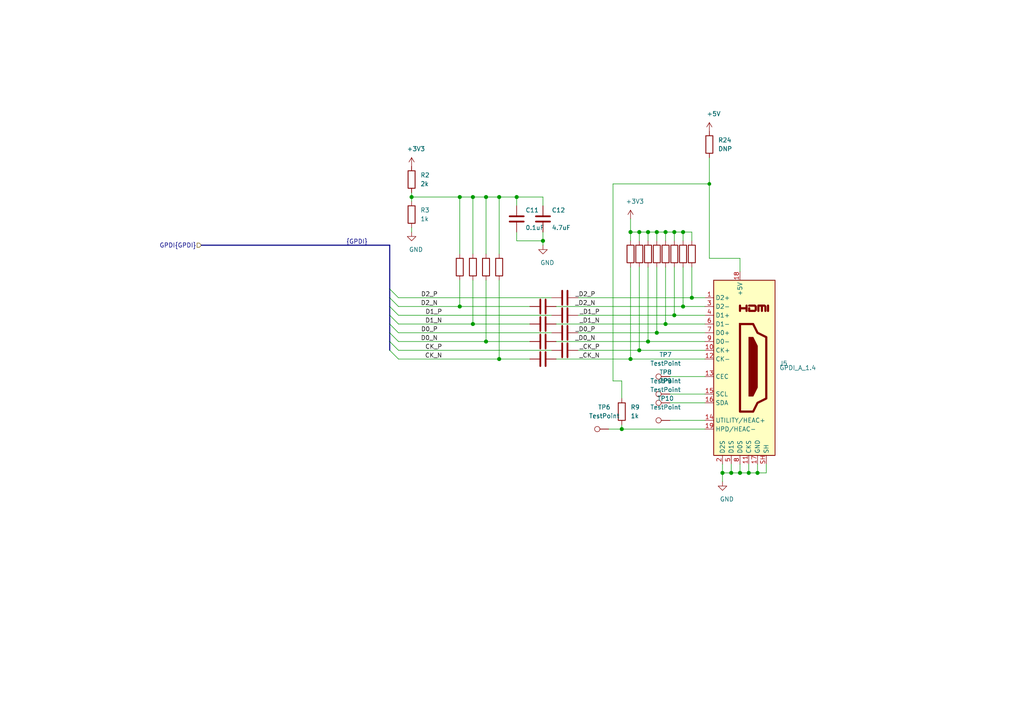
<source format=kicad_sch>
(kicad_sch (version 20230121) (generator eeschema)
  (paper "A4")
  (title_block (title "GPDI Breakout") (date "2020-12-01") (rev "r1.0") (company "GsD - @gregdavill") (comment 1 "SYZYGY Pod"))
  (lib_symbols
    (symbol "Connector:HDMI_A_1.4"
      (property "Reference" "J" (at -6.35 26.67 0))
      (property "Value" "HDMI_A_1.4" (at 10.16 26.67 0))
      (symbol "HDMI_A_1.4_0_0"
        (polyline (pts (xy 8.128 16.51) (xy 8.128 18.034)) (stroke (width 0.635)))
        (polyline (pts (xy 0 16.51) (xy 0 18.034) (xy 0 17.272) (xy 1.905 17.272) (xy 1.905 18.034) (xy 1.905 16.51)) (stroke (width 0.635)))
        (polyline (pts (xy 2.667 18.034) (xy 4.318 18.034) (xy 4.572 17.78) (xy 4.572 16.764) (xy 4.318 16.51) (xy 2.667 16.51) (xy 2.667 17.272)) (stroke (width 0.635)))
      )
      (symbol "HDMI_A_1.4_0_1"
        (rectangle (start -7.62 25.4) (end 10.16 -25.4) (stroke (width 0.254)) (fill (type background)))
        (polyline (pts (xy 2.54 8.89) (xy 3.81 8.89) (xy 5.08 6.35) (xy 5.08 -5.715) (xy 3.81 -8.255) (xy 2.54 -8.255) (xy 2.54 8.89)) (fill (type outline)))
        (polyline (pts (xy 5.334 16.51) (xy 5.334 18.034) (xy 6.35 18.034) (xy 6.35 16.51) (xy 6.35 18.034) (xy 7.112 18.034) (xy 7.366 17.78) (xy 7.366 16.51)) (stroke (width 0.635)))
        (polyline (pts (xy 0 12.7) (xy 0 -12.7) (xy 3.81 -12.7) (xy 5.08 -10.16) (xy 7.62 -8.89) (xy 7.62 8.89) (xy 5.08 10.16) (xy 3.81 12.7) (xy 0 12.7)) (stroke (width 0.635)))
      )
      (symbol "HDMI_A_1.4_1_1"
        (pin passive line (at -10.16 20.32 0) (length 2.54) (name "D2+") (number "1"))
        (pin passive line (at -10.16 5.08 0) (length 2.54) (name "CK+") (number "10"))
        (pin power_in line (at 2.54 -27.94 90) (length 2.54) (name "CKS") (number "11"))
        (pin passive line (at -10.16 2.54 0) (length 2.54) (name "CK-") (number "12"))
        (pin bidirectional line (at -10.16 -2.54 0) (length 2.54) (name "CEC") (number "13"))
        (pin passive line (at -10.16 -15.24 0) (length 2.54) (name "UTILITY/HEAC+") (number "14"))
        (pin passive line (at -10.16 -7.62 0) (length 2.54) (name "SCL") (number "15"))
        (pin bidirectional line (at -10.16 -10.16 0) (length 2.54) (name "SDA") (number "16"))
        (pin power_in line (at 5.08 -27.94 90) (length 2.54) (name "GND") (number "17"))
        (pin power_in line (at 0 27.94 270) (length 2.54) (name "+5V") (number "18"))
        (pin passive line (at -10.16 -17.78 0) (length 2.54) (name "HPD/HEAC-") (number "19"))
        (pin power_in line (at -5.08 -27.94 90) (length 2.54) (name "D2S") (number "2"))
        (pin passive line (at -10.16 17.78 0) (length 2.54) (name "D2-") (number "3"))
        (pin passive line (at -10.16 15.24 0) (length 2.54) (name "D1+") (number "4"))
        (pin power_in line (at -2.54 -27.94 90) (length 2.54) (name "D1S") (number "5"))
        (pin passive line (at -10.16 12.7 0) (length 2.54) (name "D1-") (number "6"))
        (pin passive line (at -10.16 10.16 0) (length 2.54) (name "D0+") (number "7"))
        (pin power_in line (at 0 -27.94 90) (length 2.54) (name "D0S") (number "8"))
        (pin passive line (at -10.16 7.62 0) (length 2.54) (name "D0-") (number "9"))
        (pin passive line (at 7.62 -27.94 90) (length 2.54) (name "SH") (number "SH"))
      )
    )
    (symbol "Connector:TestPoint" (pin_numbers hide) (pin_names (offset 0.762) hide)
      (property "Reference" "TP" (at 0 6.858 0))
      (property "Value" "TestPoint" (at 0 5.08 0))
      (symbol "TestPoint_0_1"
        (circle (center 0 3.302) (radius 0.762))
      )
      (symbol "TestPoint_1_1"
        (pin passive line (at 0 0 90) (length 2.54) (name "1") (number "1"))
      )
    )
    (symbol "Device:C" (pin_numbers hide) (pin_names (offset 0.254))
      (property "Reference" "C" (at 0.635 2.54 0))
      (property "Value" "C" (at 0.635 -2.54 0))
      (symbol "C_0_1"
        (polyline (pts (xy -2.032 -0.762) (xy 2.032 -0.762)) (stroke (width 0.508)))
        (polyline (pts (xy -2.032 0.762) (xy 2.032 0.762)) (stroke (width 0.508)))
      )
      (symbol "C_1_1"
        (pin passive line (at 0 3.81 270) (length 2.794) (name "~") (number "1"))
        (pin passive line (at 0 -3.81 90) (length 2.794) (name "~") (number "2"))
      )
    )
    (symbol "Device:R" (pin_numbers hide) (pin_names (offset 0))
      (property "Reference" "R" (at 2.032 0 90))
      (property "Value" "R" (at 0 0 90))
      (symbol "R_0_1"
        (rectangle (start -1.016 -2.54) (end 1.016 2.54) (stroke (width 0.254)))
      )
      (symbol "R_1_1"
        (pin passive line (at 0 3.81 270) (length 1.27) (name "~") (number "1"))
        (pin passive line (at 0 -3.81 90) (length 1.27) (name "~") (number "2"))
      )
    )
    (symbol "power:+3V3" (power) (pin_names (offset 0))
      (property "Value" "+3V3" (at 0 3.556 0))
      (symbol "+3V3_0_1"
        (polyline (pts (xy -0.762 1.27) (xy 0 2.54)))
        (polyline (pts (xy 0 0) (xy 0 2.54)))
        (polyline (pts (xy 0 2.54) (xy 0.762 1.27)))
      )
      (symbol "+3V3_1_1"
        (pin power_in line (at 0 0 90) (length 0) hide (name "+3V3") (number "1"))
      )
    )
    (symbol "power:+5V" (power) (pin_names (offset 0))
      (property "Value" "+5V" (at 0 3.556 0))
      (symbol "+5V_0_1"
        (polyline (pts (xy -0.762 1.27) (xy 0 2.54)))
        (polyline (pts (xy 0 0) (xy 0 2.54)))
        (polyline (pts (xy 0 2.54) (xy 0.762 1.27)))
      )
      (symbol "+5V_1_1"
        (pin power_in line (at 0 0 90) (length 0) hide (name "+5V") (number "1"))
      )
    )
    (symbol "power:GND" (power) (pin_names (offset 0))
      (property "Value" "GND" (at 0 -3.81 0))
      (symbol "GND_0_1"
        (polyline (pts (xy 0 0) (xy 0 -1.27) (xy 1.27 -1.27) (xy 0 -2.54) (xy -1.27 -1.27) (xy 0 -1.27)))
      )
      (symbol "GND_1_1"
        (pin power_in line (at 0 0 270) (length 0) hide (name "GND") (number "1"))
      )
    )
  )
  (junction (at 217.17 137.16) (diameter 1.016))
  (junction (at 180.34 124.46) (diameter 1.016))
  (junction (at 195.58 91.44) (diameter 1.016))
  (junction (at 185.42 67.31) (diameter 1.016))
  (junction (at 144.78 57.15) (diameter 1.016))
  (junction (at 182.88 67.31) (diameter 1.016))
  (junction (at 137.16 57.15) (diameter 1.016))
  (junction (at 133.35 57.15) (diameter 1.016))
  (junction (at 205.74 53.34) (diameter 0.9144))
  (junction (at 219.71 137.16) (diameter 1.016))
  (junction (at 157.48 69.85) (diameter 1.016))
  (junction (at 182.88 104.14) (diameter 1.016))
  (junction (at 193.04 93.98) (diameter 1.016))
  (junction (at 198.12 88.9) (diameter 1.016))
  (junction (at 133.35 88.9) (diameter 1.016))
  (junction (at 185.42 101.6) (diameter 1.016))
  (junction (at 187.96 67.31) (diameter 1.016))
  (junction (at 140.97 99.06) (diameter 1.016))
  (junction (at 137.16 93.98) (diameter 1.016))
  (junction (at 149.86 57.15) (diameter 1.016))
  (junction (at 187.96 99.06) (diameter 1.016))
  (junction (at 193.04 67.31) (diameter 1.016))
  (junction (at 200.66 86.36) (diameter 1.016))
  (junction (at 214.63 137.16) (diameter 1.016))
  (junction (at 190.5 67.31) (diameter 1.016))
  (junction (at 140.97 57.15) (diameter 1.016))
  (junction (at 190.5 96.52) (diameter 1.016))
  (junction (at 195.58 67.31) (diameter 1.016))
  (junction (at 119.38 57.15) (diameter 1.016))
  (junction (at 198.12 67.31) (diameter 1.016))
  (junction (at 144.78 104.14) (diameter 1.016))
  (junction (at 209.55 137.16) (diameter 1.016))
  (junction (at 212.09 137.16) (diameter 1.016))
  (bus_entry (at 113.03 83.82) (size 2.54 2.54) (stroke (width 0.1524)))
  (bus_entry (at 113.03 93.98) (size 2.54 2.54) (stroke (width 0.1524)))
  (bus_entry (at 113.03 99.06) (size 2.54 2.54) (stroke (width 0.1524)))
  (bus_entry (at 113.03 88.9) (size 2.54 2.54) (stroke (width 0.1524)))
  (bus_entry (at 113.03 86.36) (size 2.54 2.54) (stroke (width 0.1524)))
  (bus_entry (at 113.03 101.6) (size 2.54 2.54) (stroke (width 0.1524)))
  (bus_entry (at 113.03 96.52) (size 2.54 2.54) (stroke (width 0.1524)))
  (bus_entry (at 113.03 91.44) (size 2.54 2.54) (stroke (width 0.1524)))
  (wire (pts (xy 204.47 104.14) (xy 182.88 104.14)))
  (wire (pts (xy 217.17 137.16) (xy 219.71 137.16)))
  (bus (pts (xy 113.03 88.9) (xy 113.03 91.44)))
  (wire (pts (xy 119.38 55.88) (xy 119.38 57.15)))
  (bus (pts (xy 58.42 71.12) (xy 113.03 71.12)))
  (wire (pts (xy 115.57 104.14) (xy 144.78 104.14)))
  (wire (pts (xy 140.97 57.15) (xy 137.16 57.15)))
  (bus (pts (xy 113.03 96.52) (xy 113.03 99.06)))
  (wire (pts (xy 200.66 86.36) (xy 204.47 86.36)))
  (wire (pts (xy 205.74 53.34) (xy 205.74 74.93)))
  (wire (pts (xy 119.38 66.04) (xy 119.38 67.31)))
  (wire (pts (xy 200.66 69.85) (xy 200.66 67.31)))
  (bus (pts (xy 113.03 99.06) (xy 113.03 101.6)))
  (wire (pts (xy 204.47 99.06) (xy 187.96 99.06)))
  (wire (pts (xy 182.88 67.31) (xy 182.88 69.85)))
  (wire (pts (xy 157.48 57.15) (xy 149.86 57.15)))
  (wire (pts (xy 137.16 93.98) (xy 153.67 93.98)))
  (wire (pts (xy 149.86 57.15) (xy 149.86 59.69)))
  (wire (pts (xy 214.63 134.62) (xy 214.63 137.16)))
  (wire (pts (xy 115.57 93.98) (xy 137.16 93.98)))
  (bus (pts (xy 113.03 93.98) (xy 113.03 96.52)))
  (wire (pts (xy 177.8 110.49) (xy 177.8 53.34)))
  (wire (pts (xy 198.12 67.31) (xy 195.58 67.31)))
  (wire (pts (xy 167.64 91.44) (xy 195.58 91.44)))
  (wire (pts (xy 205.74 74.93) (xy 214.63 74.93)))
  (wire (pts (xy 195.58 69.85) (xy 195.58 67.31)))
  (wire (pts (xy 205.74 45.72) (xy 205.74 53.34)))
  (wire (pts (xy 204.47 88.9) (xy 198.12 88.9)))
  (wire (pts (xy 217.17 137.16) (xy 214.63 137.16)))
  (wire (pts (xy 133.35 81.28) (xy 133.35 88.9)))
  (wire (pts (xy 187.96 69.85) (xy 187.96 67.31)))
  (wire (pts (xy 185.42 101.6) (xy 204.47 101.6)))
  (wire (pts (xy 180.34 115.57) (xy 180.34 110.49)))
  (wire (pts (xy 193.04 67.31) (xy 190.5 67.31)))
  (wire (pts (xy 137.16 81.28) (xy 137.16 93.98)))
  (wire (pts (xy 209.55 134.62) (xy 209.55 137.16)))
  (wire (pts (xy 222.25 137.16) (xy 222.25 134.62)))
  (wire (pts (xy 194.31 109.22) (xy 204.47 109.22)))
  (wire (pts (xy 200.66 67.31) (xy 198.12 67.31)))
  (wire (pts (xy 195.58 77.47) (xy 195.58 91.44)))
  (wire (pts (xy 167.64 101.6) (xy 185.42 101.6)))
  (wire (pts (xy 198.12 88.9) (xy 198.12 77.47)))
  (wire (pts (xy 137.16 57.15) (xy 133.35 57.15)))
  (wire (pts (xy 190.5 67.31) (xy 187.96 67.31)))
  (wire (pts (xy 144.78 57.15) (xy 140.97 57.15)))
  (bus (pts (xy 113.03 71.12) (xy 113.03 83.82)))
  (wire (pts (xy 219.71 134.62) (xy 219.71 137.16)))
  (wire (pts (xy 190.5 77.47) (xy 190.5 96.52)))
  (wire (pts (xy 140.97 81.28) (xy 140.97 99.06)))
  (wire (pts (xy 119.38 57.15) (xy 119.38 58.42)))
  (wire (pts (xy 137.16 73.66) (xy 137.16 57.15)))
  (wire (pts (xy 140.97 73.66) (xy 140.97 57.15)))
  (bus (pts (xy 113.03 86.36) (xy 113.03 88.9)))
  (wire (pts (xy 180.34 110.49) (xy 177.8 110.49)))
  (wire (pts (xy 185.42 67.31) (xy 182.88 67.31)))
  (wire (pts (xy 161.29 88.9) (xy 198.12 88.9)))
  (wire (pts (xy 209.55 137.16) (xy 209.55 139.7)))
  (wire (pts (xy 187.96 99.06) (xy 187.96 77.47)))
  (wire (pts (xy 144.78 73.66) (xy 144.78 57.15)))
  (wire (pts (xy 149.86 67.31) (xy 149.86 69.85)))
  (wire (pts (xy 194.31 114.3) (xy 204.47 114.3)))
  (wire (pts (xy 115.57 86.36) (xy 160.02 86.36)))
  (wire (pts (xy 161.29 104.14) (xy 182.88 104.14)))
  (wire (pts (xy 190.5 69.85) (xy 190.5 67.31)))
  (wire (pts (xy 161.29 99.06) (xy 187.96 99.06)))
  (wire (pts (xy 177.8 53.34) (xy 205.74 53.34)))
  (wire (pts (xy 185.42 69.85) (xy 185.42 67.31)))
  (wire (pts (xy 115.57 96.52) (xy 160.02 96.52)))
  (wire (pts (xy 133.35 73.66) (xy 133.35 57.15)))
  (wire (pts (xy 193.04 93.98) (xy 193.04 77.47)))
  (wire (pts (xy 115.57 101.6) (xy 160.02 101.6)))
  (wire (pts (xy 182.88 63.5) (xy 182.88 67.31)))
  (wire (pts (xy 212.09 137.16) (xy 209.55 137.16)))
  (wire (pts (xy 190.5 96.52) (xy 204.47 96.52)))
  (wire (pts (xy 140.97 99.06) (xy 153.67 99.06)))
  (wire (pts (xy 115.57 88.9) (xy 133.35 88.9)))
  (wire (pts (xy 195.58 91.44) (xy 204.47 91.44)))
  (wire (pts (xy 133.35 57.15) (xy 119.38 57.15)))
  (wire (pts (xy 198.12 69.85) (xy 198.12 67.31)))
  (wire (pts (xy 193.04 69.85) (xy 193.04 67.31)))
  (bus (pts (xy 113.03 83.82) (xy 113.03 86.36)))
  (wire (pts (xy 115.57 91.44) (xy 160.02 91.44)))
  (wire (pts (xy 182.88 104.14) (xy 182.88 77.47)))
  (wire (pts (xy 149.86 69.85) (xy 157.48 69.85)))
  (wire (pts (xy 200.66 77.47) (xy 200.66 86.36)))
  (wire (pts (xy 219.71 137.16) (xy 222.25 137.16)))
  (wire (pts (xy 157.48 59.69) (xy 157.48 57.15)))
  (wire (pts (xy 214.63 74.93) (xy 214.63 78.74)))
  (wire (pts (xy 167.64 96.52) (xy 190.5 96.52)))
  (wire (pts (xy 204.47 93.98) (xy 193.04 93.98)))
  (wire (pts (xy 195.58 67.31) (xy 193.04 67.31)))
  (wire (pts (xy 149.86 57.15) (xy 144.78 57.15)))
  (wire (pts (xy 214.63 137.16) (xy 212.09 137.16)))
  (wire (pts (xy 187.96 67.31) (xy 185.42 67.31)))
  (wire (pts (xy 144.78 81.28) (xy 144.78 104.14)))
  (wire (pts (xy 144.78 104.14) (xy 153.67 104.14)))
  (wire (pts (xy 185.42 77.47) (xy 185.42 101.6)))
  (wire (pts (xy 176.53 124.46) (xy 180.34 124.46)))
  (wire (pts (xy 180.34 124.46) (xy 204.47 124.46)))
  (wire (pts (xy 161.29 93.98) (xy 193.04 93.98)))
  (wire (pts (xy 212.09 134.62) (xy 212.09 137.16)))
  (wire (pts (xy 194.31 121.92) (xy 204.47 121.92)))
  (bus (pts (xy 113.03 91.44) (xy 113.03 93.98)))
  (wire (pts (xy 167.64 86.36) (xy 200.66 86.36)))
  (wire (pts (xy 217.17 134.62) (xy 217.17 137.16)))
  (wire (pts (xy 157.48 67.31) (xy 157.48 69.85)))
  (wire (pts (xy 115.57 99.06) (xy 140.97 99.06)))
  (wire (pts (xy 133.35 88.9) (xy 153.67 88.9)))
  (wire (pts (xy 194.31 116.84) (xy 204.47 116.84)))
  (wire (pts (xy 180.34 123.19) (xy 180.34 124.46)))
  (wire (pts (xy 157.48 69.85) (xy 157.48 71.12)))
  (label "_D0_N" (at 172.72 99.06 180))
  (label "D2_N" (at 127 88.9 180))
  (label "_D2_N" (at 172.72 88.9 180))
  (label "{GPDI}" (at 106.68 71.12 180))
  (label "_CK_P" (at 173.99 101.6 180))
  (label "_D0_P" (at 172.72 96.52 180))
  (label "_D1_P" (at 173.99 91.44 180))
  (label "D0_P" (at 127 96.52 180))
  (label "_CK_N" (at 173.99 104.14 180))
  (label "D1_N" (at 128.27 93.98 180))
  (label "CK_P" (at 128.27 101.6 180))
  (label "_D2_P" (at 172.72 86.36 180))
  (label "D1_P" (at 128.27 91.44 180))
  (label "D2_P" (at 127 86.36 180))
  (label "D0_N" (at 127 99.06 180))
  (label "_D1_N" (at 173.99 93.98 180))
  (label "CK_N" (at 128.27 104.14 180))
  (hierarchical_label "GPDI{GPDI}" (shape input) (at 58.42 71.12 180))
  (symbol (lib_id "Device:R") (at 198.12 73.66 0) (unit 1)
    (property "Reference" "R21" (effects hide))
    (property "Value" "50R" (effects hide))
    (property "Footprint" "Resistor_SMD:R_0402_1005Metric" (effects hide))
    (property "Mfg" "Yageo" (effects hide))
    (property "PN" "AC0402FR-0751RL" (effects hide))
  )
  (symbol (lib_id "power:GND") (at 157.48 71.12 0) (unit 1)
    (property "Reference" "#PWR0110" (effects hide))
    (property "Value" "GND" (at 158.75 76.2 0))
  )
  (symbol (lib_id "Connector:TestPoint") (at 176.53 124.46 90) (unit 1)
    (property "Reference" "TP6" (at 175.26 118.11 90))
    (property "Value" "TestPoint" (at 175.26 120.65 90))
    (property "Footprint" "TestPoint:TestPoint_THTPad_D1.5mm_Drill0.7mm" (effects hide))
  )
  (symbol (lib_id "Device:C") (at 149.86 63.5 0) (unit 1)
    (property "Reference" "C11" (at 152.4 60.96 0) (effects (justify left)))
    (property "Value" "0.1uF" (at 152.4 66.04 0) (effects (justify left)))
    (property "Footprint" "Capacitor_SMD:C_0402_1005Metric" (effects hide))
    (property "Mfg" "Yageo" (effects hide))
    (property "PN" "CC0402JRX7R7BB104" (effects hide))
  )
  (symbol (lib_id "Connector:HDMI_A_1.4") (at 214.63 106.68 0) (unit 1)
    (property "Reference" "J5" (at 226.06 105.41 0) (effects (justify left)))
    (property "Value" "GPDI_A_1.4" (at 226.06 106.68 0) (effects (justify left)))
    (property "Footprint" "gsd-footprints:HDMI-10029449-111RLF" (effects hide))
    (property "Mfg" "Amphenol ICC (FCI)" (effects hide))
    (property "PN" "10029449-111RLF" (effects hide))
  )
  (symbol (lib_id "power:GND") (at 209.55 139.7 0) (unit 1)
    (property "Reference" "#PWR0112" (effects hide))
    (property "Value" "GND" (at 210.82 144.78 0))
  )
  (symbol (lib_id "Connector:TestPoint") (at 194.31 121.92 90) (unit 1)
    (property "Reference" "TP10" (at 193.04 115.57 90))
    (property "Value" "TestPoint" (at 193.04 118.11 90))
    (property "Footprint" "TestPoint:TestPoint_THTPad_D1.5mm_Drill0.7mm" (effects hide))
  )
  (symbol (lib_id "Device:C") (at 157.48 88.9 90) (unit 1)
    (property "Reference" "C13" (effects hide))
    (property "Value" "0.1uF" (effects hide))
    (property "Footprint" "Capacitor_SMD:C_0402_1005Metric" (effects hide))
    (property "Mfg" "Yageo" (effects hide))
    (property "PN" "CC0402JRX7R7BB104" (effects hide))
  )
  (symbol (lib_id "Device:C") (at 157.48 104.14 90) (unit 1)
    (property "Reference" "C16" (effects hide))
    (property "Value" "0.1uF" (effects hide))
    (property "Footprint" "Capacitor_SMD:C_0402_1005Metric" (effects hide))
    (property "Mfg" "Yageo" (effects hide))
    (property "PN" "CC0402JRX7R7BB104" (effects hide))
  )
  (symbol (lib_id "Device:R") (at 133.35 77.47 0) (unit 1)
    (property "Reference" "R4" (effects hide))
    (property "Value" "47k" (effects hide))
    (property "Footprint" "Resistor_SMD:R_0402_1005Metric" (effects hide))
    (property "Mfg" "Yageo" (effects hide))
    (property "PN" "AC0402FR-0747KL" (effects hide))
  )
  (symbol (lib_id "power:GND") (at 119.38 67.31 0) (unit 1)
    (property "Reference" "#PWR0109" (effects hide))
    (property "Value" "GND" (at 120.65 72.39 0))
  )
  (symbol (lib_id "power:+5V") (at 205.74 38.1 0) (unit 1)
    (property "Reference" "#PWR0114" (effects hide))
    (property "Value" "+5V" (at 207.01 33.02 0))
  )
  (symbol (lib_id "Connector:TestPoint") (at 194.31 109.22 90) (unit 1)
    (property "Reference" "TP7" (at 193.04 102.87 90))
    (property "Value" "TestPoint" (at 193.04 105.41 90))
    (property "Footprint" "TestPoint:TestPoint_THTPad_D1.5mm_Drill0.7mm" (effects hide))
  )
  (symbol (lib_id "Device:C") (at 163.83 96.52 90) (unit 1)
    (property "Reference" "C19" (effects hide))
    (property "Value" "0.1uF" (effects hide))
    (property "Footprint" "Capacitor_SMD:C_0402_1005Metric" (effects hide))
    (property "Mfg" "Yageo" (effects hide))
    (property "PN" "CC0402JRX7R7BB104" (effects hide))
  )
  (symbol (lib_id "Device:C") (at 163.83 91.44 90) (unit 1)
    (property "Reference" "C18" (effects hide))
    (property "Value" "0.1uF" (effects hide))
    (property "Footprint" "Capacitor_SMD:C_0402_1005Metric" (effects hide))
    (property "Mfg" "Yageo" (effects hide))
    (property "PN" "CC0402JRX7R7BB104" (effects hide))
  )
  (symbol (lib_id "Device:C") (at 157.48 63.5 0) (unit 1)
    (property "Reference" "C12" (at 160.02 60.96 0) (effects (justify left)))
    (property "Value" "4.7uF" (at 160.02 66.04 0) (effects (justify left)))
    (property "Footprint" "Capacitor_SMD:C_0402_1005Metric" (effects hide))
    (property "Mfg" "Yageo" (effects hide))
    (property "PN" "CC0402MRX5R5BB475" (effects hide))
  )
  (symbol (lib_id "Device:R") (at 180.34 119.38 0) (unit 1)
    (property "Reference" "R9" (at 182.88 118.11 0) (effects (justify left)))
    (property "Value" "1k" (at 182.88 120.65 0) (effects (justify left)))
    (property "Footprint" "Resistor_SMD:R_0402_1005Metric" (effects hide))
    (property "Mfg" "Yageo" (effects hide))
    (property "PN" "AC0402FR-071KL" (effects hide))
  )
  (symbol (lib_id "Connector:TestPoint") (at 194.31 114.3 90) (unit 1)
    (property "Reference" "TP8" (at 193.04 107.95 90))
    (property "Value" "TestPoint" (at 193.04 110.49 90))
    (property "Footprint" "TestPoint:TestPoint_THTPad_D1.5mm_Drill0.7mm" (effects hide))
  )
  (symbol (lib_id "Device:R") (at 193.04 73.66 0) (unit 1)
    (property "Reference" "R19" (effects hide))
    (property "Value" "50R" (effects hide))
    (property "Footprint" "Resistor_SMD:R_0402_1005Metric" (effects hide))
    (property "Mfg" "Yageo" (effects hide))
    (property "PN" "AC0402FR-0751RL" (effects hide))
  )
  (symbol (lib_id "Connector:TestPoint") (at 194.31 116.84 90) (unit 1)
    (property "Reference" "TP9" (at 193.04 110.49 90))
    (property "Value" "TestPoint" (at 193.04 113.03 90))
    (property "Footprint" "TestPoint:TestPoint_THTPad_D1.5mm_Drill0.7mm" (effects hide))
  )
  (symbol (lib_id "Device:R") (at 144.78 77.47 0) (unit 1)
    (property "Reference" "R8" (effects hide))
    (property "Value" "47k" (effects hide))
    (property "Footprint" "Resistor_SMD:R_0402_1005Metric" (effects hide))
    (property "Mfg" "Yageo" (effects hide))
    (property "PN" "AC0402FR-0747KL" (effects hide))
  )
  (symbol (lib_id "Device:R") (at 195.58 73.66 0) (unit 1)
    (property "Reference" "R20" (effects hide))
    (property "Value" "50R" (effects hide))
    (property "Footprint" "Resistor_SMD:R_0402_1005Metric" (effects hide))
    (property "Mfg" "Yageo" (effects hide))
    (property "PN" "AC0402FR-0751RL" (effects hide))
  )
  (symbol (lib_id "Device:R") (at 182.88 73.66 0) (unit 1)
    (property "Reference" "R10" (effects hide))
    (property "Value" "50R" (effects hide))
    (property "Footprint" "Resistor_SMD:R_0402_1005Metric" (effects hide))
    (property "Mfg" "Yageo" (effects hide))
    (property "PN" "AC0402FR-0751RL" (effects hide))
  )
  (symbol (lib_id "Device:R") (at 140.97 77.47 0) (unit 1)
    (property "Reference" "R7" (effects hide))
    (property "Value" "47k" (effects hide))
    (property "Footprint" "Resistor_SMD:R_0402_1005Metric" (effects hide))
    (property "Mfg" "Yageo" (effects hide))
    (property "PN" "AC0402FR-0747KL" (effects hide))
  )
  (symbol (lib_id "power:+3V3") (at 119.38 48.26 0) (unit 1)
    (property "Reference" "#PWR0113" (effects hide))
    (property "Value" "+3V3" (at 120.65 43.18 0))
  )
  (symbol (lib_id "Device:C") (at 163.83 86.36 90) (unit 1)
    (property "Reference" "C17" (effects hide))
    (property "Value" "0.1uF" (effects hide))
    (property "Footprint" "Capacitor_SMD:C_0402_1005Metric" (effects hide))
    (property "Mfg" "Yageo" (effects hide))
    (property "PN" "CC0402JRX7R7BB104" (effects hide))
  )
  (symbol (lib_id "power:+3V3") (at 182.88 63.5 0) (unit 1)
    (property "Reference" "#PWR0108" (effects hide))
    (property "Value" "+3V3" (at 184.15 58.42 0))
  )
  (symbol (lib_id "Device:C") (at 157.48 99.06 90) (unit 1)
    (property "Reference" "C15" (effects hide))
    (property "Value" "0.1uF" (effects hide))
    (property "Footprint" "Capacitor_SMD:C_0402_1005Metric" (effects hide))
    (property "Mfg" "Yageo" (effects hide))
    (property "PN" "CC0402JRX7R7BB104" (effects hide))
  )
  (symbol (lib_id "Device:R") (at 137.16 77.47 0) (unit 1)
    (property "Reference" "R5" (effects hide))
    (property "Value" "47k" (effects hide))
    (property "Footprint" "Resistor_SMD:R_0402_1005Metric" (effects hide))
    (property "Mfg" "Yageo" (effects hide))
    (property "PN" "AC0402FR-0747KL" (effects hide))
  )
  (symbol (lib_id "Device:R") (at 187.96 73.66 0) (unit 1)
    (property "Reference" "R14" (effects hide))
    (property "Value" "50R" (effects hide))
    (property "Footprint" "Resistor_SMD:R_0402_1005Metric" (effects hide))
    (property "Mfg" "Yageo" (effects hide))
    (property "PN" "AC0402FR-0751RL" (effects hide))
  )
  (symbol (lib_id "Device:R") (at 190.5 73.66 0) (unit 1)
    (property "Reference" "R18" (effects hide))
    (property "Value" "50R" (effects hide))
    (property "Footprint" "Resistor_SMD:R_0402_1005Metric" (effects hide))
    (property "Mfg" "Yageo" (effects hide))
    (property "PN" "AC0402FR-0751RL" (effects hide))
  )
  (symbol (lib_id "Device:C") (at 163.83 101.6 90) (unit 1)
    (property "Reference" "C20" (effects hide))
    (property "Value" "0.1uF" (effects hide))
    (property "Footprint" "Capacitor_SMD:C_0402_1005Metric" (effects hide))
    (property "Mfg" "Yageo" (effects hide))
    (property "PN" "CC0402JRX7R7BB104" (effects hide))
  )
  (symbol (lib_id "Device:R") (at 119.38 62.23 0) (unit 1)
    (property "Reference" "R3" (at 121.92 60.96 0) (effects (justify left)))
    (property "Value" "1k" (at 121.92 63.5 0) (effects (justify left)))
    (property "Footprint" "Resistor_SMD:R_0402_1005Metric" (effects hide))
    (property "Mfg" "Yageo" (effects hide))
    (property "PN" "AC0402FR-071KL" (effects hide))
  )
  (symbol (lib_id "Device:R") (at 205.74 41.91 0) (unit 1)
    (property "Reference" "R24" (at 208.28 40.64 0) (effects (justify left)))
    (property "Value" "DNP" (at 208.28 43.18 0) (effects (justify left)))
    (property "Footprint" "Resistor_SMD:R_0402_1005Metric" (effects hide))
  )
  (symbol (lib_id "Device:R") (at 185.42 73.66 0) (unit 1)
    (property "Reference" "R13" (effects hide))
    (property "Value" "50R" (effects hide))
    (property "Footprint" "Resistor_SMD:R_0402_1005Metric" (effects hide))
    (property "Mfg" "Yageo" (effects hide))
    (property "PN" "AC0402FR-0751RL" (effects hide))
  )
  (symbol (lib_id "Device:R") (at 200.66 73.66 0) (unit 1)
    (property "Reference" "R22" (effects hide))
    (property "Value" "50R" (effects hide))
    (property "Footprint" "Resistor_SMD:R_0402_1005Metric" (effects hide))
    (property "Mfg" "Yageo" (effects hide))
    (property "PN" "AC0402FR-0751RL" (effects hide))
  )
  (symbol (lib_id "Device:R") (at 119.38 52.07 0) (unit 1)
    (property "Reference" "R2" (at 121.92 50.8 0) (effects (justify left)))
    (property "Value" "2k" (at 121.92 53.34 0) (effects (justify left)))
    (property "Footprint" "Resistor_SMD:R_0402_1005Metric" (effects hide))
    (property "Mfg" "Yageo" (effects hide))
    (property "PN" "AC0402FR-072KL" (effects hide))
  )
  (symbol (lib_id "Device:C") (at 157.48 93.98 90) (unit 1)
    (property "Reference" "C14" (effects hide))
    (property "Value" "0.1uF" (effects hide))
    (property "Footprint" "Capacitor_SMD:C_0402_1005Metric" (effects hide))
    (property "Mfg" "Yageo" (effects hide))
    (property "PN" "CC0402JRX7R7BB104" (effects hide))
  )
)
</source>
